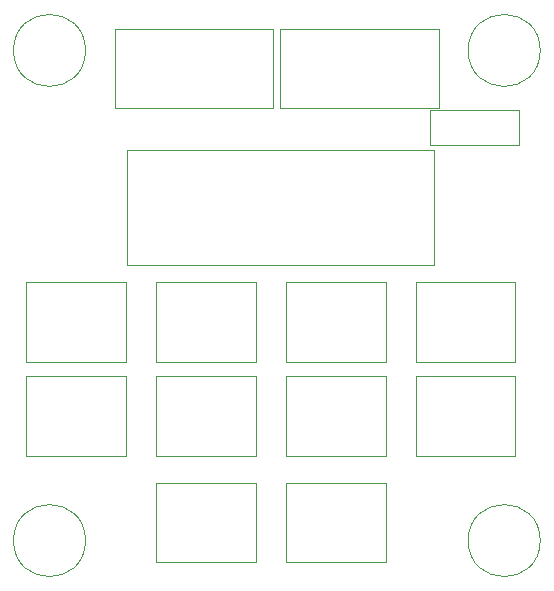
<source format=gbr>
G04 #@! TF.GenerationSoftware,KiCad,Pcbnew,(5.1.10)-1*
G04 #@! TF.CreationDate,2021-10-09T13:30:43+01:00*
G04 #@! TF.ProjectId,8_switch_array,385f7377-6974-4636-985f-61727261792e,rev?*
G04 #@! TF.SameCoordinates,Original*
G04 #@! TF.FileFunction,Other,User*
%FSLAX46Y46*%
G04 Gerber Fmt 4.6, Leading zero omitted, Abs format (unit mm)*
G04 Created by KiCad (PCBNEW (5.1.10)-1) date 2021-10-09 13:30:43*
%MOMM*%
%LPD*%
G01*
G04 APERTURE LIST*
%ADD10C,0.050000*%
G04 APERTURE END LIST*
D10*
X160050000Y-45400000D02*
X134100000Y-45400000D01*
X134100000Y-45400000D02*
X134100000Y-55200000D01*
X134100000Y-55200000D02*
X160050000Y-55200000D01*
X160050000Y-55200000D02*
X160050000Y-45400000D01*
X147550000Y-80350000D02*
X155950000Y-80350000D01*
X147550000Y-73600000D02*
X147550000Y-80350000D01*
X155950000Y-73600000D02*
X147550000Y-73600000D01*
X155950000Y-80350000D02*
X155950000Y-73600000D01*
X159750000Y-42000000D02*
X159750000Y-45000000D01*
X159750000Y-45000000D02*
X167250000Y-45000000D01*
X167250000Y-45000000D02*
X167250000Y-42000000D01*
X167250000Y-42000000D02*
X159750000Y-42000000D01*
X166950000Y-71350000D02*
X166950000Y-64600000D01*
X166950000Y-64600000D02*
X158550000Y-64600000D01*
X158550000Y-64600000D02*
X158550000Y-71350000D01*
X158550000Y-71350000D02*
X166950000Y-71350000D01*
X155950000Y-71350000D02*
X155950000Y-64600000D01*
X155950000Y-64600000D02*
X147550000Y-64600000D01*
X147550000Y-64600000D02*
X147550000Y-71350000D01*
X147550000Y-71350000D02*
X155950000Y-71350000D01*
X166950000Y-63350000D02*
X166950000Y-56600000D01*
X166950000Y-56600000D02*
X158550000Y-56600000D01*
X158550000Y-56600000D02*
X158550000Y-63350000D01*
X158550000Y-63350000D02*
X166950000Y-63350000D01*
X155950000Y-63350000D02*
X155950000Y-56600000D01*
X155950000Y-56600000D02*
X147550000Y-56600000D01*
X147550000Y-56600000D02*
X147550000Y-63350000D01*
X147550000Y-63350000D02*
X155950000Y-63350000D01*
X169050000Y-37000000D02*
G75*
G03*
X169050000Y-37000000I-3050000J0D01*
G01*
X169050000Y-78500000D02*
G75*
G03*
X169050000Y-78500000I-3050000J0D01*
G01*
X130550000Y-78500000D02*
G75*
G03*
X130550000Y-78500000I-3050000J0D01*
G01*
X130550000Y-37000000D02*
G75*
G03*
X130550000Y-37000000I-3050000J0D01*
G01*
X144950000Y-80350000D02*
X144950000Y-73600000D01*
X144950000Y-73600000D02*
X136550000Y-73600000D01*
X136550000Y-73600000D02*
X136550000Y-80350000D01*
X136550000Y-80350000D02*
X144950000Y-80350000D01*
X144950000Y-63350000D02*
X144950000Y-56600000D01*
X144950000Y-56600000D02*
X136550000Y-56600000D01*
X136550000Y-56600000D02*
X136550000Y-63350000D01*
X136550000Y-63350000D02*
X144950000Y-63350000D01*
X133950000Y-71350000D02*
X133950000Y-64600000D01*
X133950000Y-64600000D02*
X125550000Y-64600000D01*
X125550000Y-64600000D02*
X125550000Y-71350000D01*
X125550000Y-71350000D02*
X133950000Y-71350000D01*
X133950000Y-63350000D02*
X133950000Y-56600000D01*
X133950000Y-56600000D02*
X125550000Y-56600000D01*
X125550000Y-56600000D02*
X125550000Y-63350000D01*
X125550000Y-63350000D02*
X133950000Y-63350000D01*
X144950000Y-71350000D02*
X144950000Y-64600000D01*
X144950000Y-64600000D02*
X136550000Y-64600000D01*
X136550000Y-64600000D02*
X136550000Y-71350000D01*
X136550000Y-71350000D02*
X144950000Y-71350000D01*
X147050000Y-35150000D02*
X147050000Y-41900000D01*
X147050000Y-41900000D02*
X160450000Y-41900000D01*
X160450000Y-41900000D02*
X160450000Y-35150000D01*
X160450000Y-35150000D02*
X147050000Y-35150000D01*
X133050000Y-35150000D02*
X133050000Y-41900000D01*
X133050000Y-41900000D02*
X146450000Y-41900000D01*
X146450000Y-41900000D02*
X146450000Y-35150000D01*
X146450000Y-35150000D02*
X133050000Y-35150000D01*
M02*

</source>
